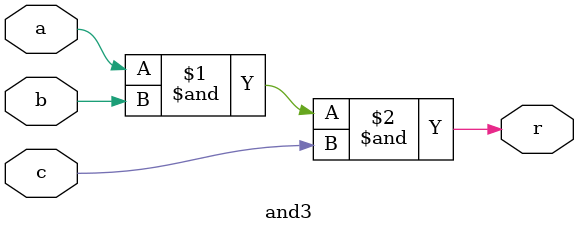
<source format=v>
`timescale 1ns / 1ps


module and3(
            input a, 
            input b, 
            input c, 
            output r 
            );

    assign r = a & b & c ; 

endmodule

</source>
